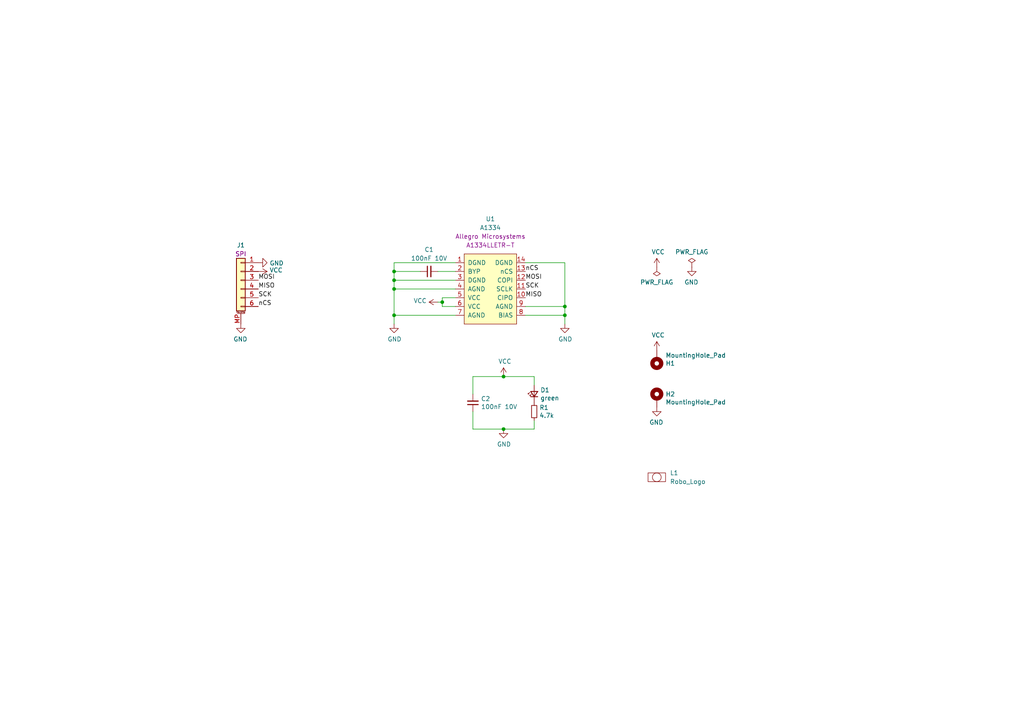
<source format=kicad_sch>
(kicad_sch (version 20211123) (generator eeschema)
  (paper "A4")
  (lib_symbols
    (symbol "Connector_Generic_MountingPin:Conn_01x06_MountingPin" (pin_names (offset 1.016) hide)
      (property "Reference" "J" (at 0 7.62 0))
      (property "Value" "Conn_01x06_MountingPin" (at 1.27 -10.16 0))
      (symbol "Conn_01x06_MountingPin_1_1"
        (rectangle (start -1.27 -7.493) (end 0 -7.747) (stroke (width 0.1524)))
        (rectangle (start -1.27 -4.953) (end 0 -5.207) (stroke (width 0.1524)))
        (rectangle (start -1.27 -2.413) (end 0 -2.667) (stroke (width 0.1524)))
        (rectangle (start -1.27 0.127) (end 0 -0.127) (stroke (width 0.1524)))
        (rectangle (start -1.27 2.667) (end 0 2.413) (stroke (width 0.1524)))
        (rectangle (start -1.27 5.207) (end 0 4.953) (stroke (width 0.1524)))
        (rectangle (start -1.27 6.35) (end 1.27 -8.89) (stroke (width 0.254)) (fill (type background)))
        (polyline (pts (xy -1.016 -9.652) (xy 1.016 -9.652)) (stroke (width 0.1524)))
        (text "Mounting" (at 0 -9.271 0) (effects (font (size 0.381 0.381))))
        (pin passive line (at -5.08 5.08 0) (length 3.81) (name "Pin_1") (number "1"))
        (pin passive line (at -5.08 2.54 0) (length 3.81) (name "Pin_2") (number "2"))
        (pin passive line (at -5.08 0 0) (length 3.81) (name "Pin_3") (number "3"))
        (pin passive line (at -5.08 -2.54 0) (length 3.81) (name "Pin_4") (number "4"))
        (pin passive line (at -5.08 -5.08 0) (length 3.81) (name "Pin_5") (number "5"))
        (pin passive line (at -5.08 -7.62 0) (length 3.81) (name "Pin_6") (number "6"))
        (pin passive line (at 0 -12.7 90) (length 3.048) (name "MountPin") (number "MP"))
      )
    )
    (symbol "Device:C_Small" (pin_numbers hide) (pin_names (offset 0.254) hide)
      (property "Reference" "C" (at 0.254 1.778 0))
      (property "Value" "C_Small" (at 0.254 -2.032 0))
      (symbol "C_Small_0_1"
        (polyline (pts (xy -1.524 -0.508) (xy 1.524 -0.508)) (stroke (width 0.3302)))
        (polyline (pts (xy -1.524 0.508) (xy 1.524 0.508)) (stroke (width 0.3048)))
      )
      (symbol "C_Small_1_1"
        (pin passive line (at 0 2.54 270) (length 2.032) (name "~") (number "1"))
        (pin passive line (at 0 -2.54 90) (length 2.032) (name "~") (number "2"))
      )
    )
    (symbol "Device:LED_Small" (pin_numbers hide) (pin_names (offset 0.254) hide)
      (property "Reference" "D" (at -1.27 3.175 0))
      (property "Value" "LED_Small" (at -4.445 -2.54 0))
      (symbol "LED_Small_0_1"
        (polyline (pts (xy -0.762 -1.016) (xy -0.762 1.016)) (stroke (width 0.254)))
        (polyline (pts (xy 1.016 0) (xy -0.762 0)))
        (polyline (pts (xy 0.762 -1.016) (xy -0.762 0) (xy 0.762 1.016) (xy 0.762 -1.016)) (stroke (width 0.254)))
        (polyline (pts (xy 0 0.762) (xy -0.508 1.27) (xy -0.254 1.27) (xy -0.508 1.27) (xy -0.508 1.016)))
        (polyline (pts (xy 0.508 1.27) (xy 0 1.778) (xy 0.254 1.778) (xy 0 1.778) (xy 0 1.524)))
      )
      (symbol "LED_Small_1_1"
        (pin passive line (at -2.54 0 0) (length 1.778) (name "K") (number "1"))
        (pin passive line (at 2.54 0 180) (length 1.778) (name "A") (number "2"))
      )
    )
    (symbol "Device:R_Small" (pin_numbers hide) (pin_names (offset 0.254) hide)
      (property "Reference" "R" (at 0.762 0.508 0))
      (property "Value" "R_Small" (at 0.762 -1.016 0))
      (symbol "R_Small_0_1"
        (rectangle (start -0.762 1.778) (end 0.762 -1.778) (stroke (width 0.2032)))
      )
      (symbol "R_Small_1_1"
        (pin passive line (at 0 2.54 270) (length 0.762) (name "~") (number "1"))
        (pin passive line (at 0 -2.54 90) (length 0.762) (name "~") (number "2"))
      )
    )
    (symbol "Mechanical:MountingHole_Pad" (pin_numbers hide) (pin_names (offset 1.016) hide)
      (property "Reference" "H" (at 0 6.35 0))
      (property "Value" "MountingHole_Pad" (at 0 4.445 0))
      (symbol "MountingHole_Pad_0_1"
        (circle (center 0 1.27) (radius 1.27) (stroke (width 1.27)))
      )
      (symbol "MountingHole_Pad_1_1"
        (pin input line (at 0 -2.54 90) (length 2.54) (name "1") (number "1"))
      )
    )
    (symbol "power:GND" (power) (pin_names (offset 0))
      (property "Value" "GND" (at 0 -3.81 0))
      (symbol "GND_0_1"
        (polyline (pts (xy 0 0) (xy 0 -1.27) (xy 1.27 -1.27) (xy 0 -2.54) (xy -1.27 -1.27) (xy 0 -1.27)))
      )
      (symbol "GND_1_1"
        (pin power_in line (at 0 0 270) (length 0) hide (name "GND") (number "1"))
      )
    )
    (symbol "power:PWR_FLAG" (power) (pin_numbers hide) (pin_names (offset 0) hide)
      (property "Value" "PWR_FLAG" (at 0 3.81 0))
      (symbol "PWR_FLAG_0_0"
        (pin power_out line (at 0 0 90) (length 0) (name "pwr") (number "1"))
      )
      (symbol "PWR_FLAG_0_1"
        (polyline (pts (xy 0 0) (xy 0 1.27) (xy -1.016 1.905) (xy 0 2.54) (xy 1.016 1.905) (xy 0 1.27)))
      )
    )
    (symbol "power:VCC" (power) (pin_names (offset 0))
      (property "Value" "VCC" (at 0 3.81 0))
      (symbol "VCC_0_1"
        (polyline (pts (xy -0.762 1.27) (xy 0 2.54)))
        (polyline (pts (xy 0 0) (xy 0 2.54)))
        (polyline (pts (xy 0 2.54) (xy 0.762 1.27)))
      )
      (symbol "VCC_1_1"
        (pin power_in line (at 0 0 90) (length 0) hide (name "VCC") (number "1"))
      )
    )
    (symbol "runger:A1334" (pin_names (offset 1.016))
      (property "Reference" "U" (at 0 0 0))
      (property "Value" "A1334" (at 0 11.43 0))
      (property "Manu" "Allegro Microsystems" (at 0 13.97 0))
      (property "Part" "A1334LLETR-T" (at 0 -11.43 0))
      (symbol "A1334_0_0"
        (pin output line (at 10.16 -2.54 180) (length 2.54) (name "CIPO") (number "10"))
        (pin input line (at 10.16 0 180) (length 2.54) (name "SCLK") (number "11"))
        (pin input line (at 10.16 2.54 180) (length 2.54) (name "COPI") (number "12"))
        (pin input line (at 10.16 5.08 180) (length 2.54) (name "nCS") (number "13"))
        (pin power_in line (at 10.16 7.62 180) (length 2.54) (name "DGND") (number "14"))
        (pin unspecified line (at -10.16 5.08 0) (length 2.54) (name "BYP") (number "2"))
        (pin power_in line (at -10.16 2.54 0) (length 2.54) (name "DGND") (number "3"))
        (pin power_in line (at -10.16 0 0) (length 2.54) (name "AGND") (number "4"))
        (pin power_in line (at -10.16 -2.54 0) (length 2.54) (name "VCC") (number "5"))
        (pin power_in line (at -10.16 -5.08 0) (length 2.54) (name "VCC") (number "6"))
        (pin power_in line (at -10.16 -7.62 0) (length 2.54) (name "AGND") (number "7"))
        (pin unspecified line (at 10.16 -7.62 180) (length 2.54) (name "BIAS") (number "8"))
        (pin power_in line (at 10.16 -5.08 180) (length 2.54) (name "AGND") (number "9"))
      )
      (symbol "A1334_0_1"
        (rectangle (start -7.62 10.16) (end 7.62 -10.16) (fill (type background)))
      )
      (symbol "A1334_1_1"
        (pin power_in line (at -10.16 7.62 0) (length 2.54) (name "DGND") (number "1"))
      )
    )
    (symbol "runger:Robo_Logo" (in_bom no)
      (property "Reference" "L" (at 0 3.81 0))
      (property "Value" "Robo_Logo" (at 0 -3.81 0))
      (symbol "Robo_Logo_0_1"
        (rectangle (start -2.54 1.27) (end 2.54 -1.27) (stroke (width 0.1524)))
        (circle (center 0 0) (radius 1.27) (stroke (width 0.1524)))
      )
    )
  )
  (junction (at 163.83 91.44))
  (junction (at 146.05 124.46))
  (junction (at 114.3 83.82))
  (junction (at 114.3 91.44))
  (junction (at 114.3 81.28))
  (junction (at 128.27 87.63))
  (junction (at 146.05 109.22))
  (junction (at 163.83 88.9))
  (junction (at 114.3 78.74))
  (wire (pts (xy 114.3 83.82) (xy 114.3 91.44)))
  (wire (pts (xy 146.05 109.22) (xy 154.94 109.22)))
  (wire (pts (xy 114.3 78.74) (xy 121.92 78.74)))
  (wire (pts (xy 154.94 109.22) (xy 154.94 111.76)))
  (wire (pts (xy 114.3 83.82) (xy 132.08 83.82)))
  (wire (pts (xy 114.3 91.44) (xy 114.3 93.98)))
  (wire (pts (xy 154.94 124.46) (xy 146.05 124.46)))
  (wire (pts (xy 127 87.63) (xy 128.27 87.63)))
  (wire (pts (xy 114.3 78.74) (xy 114.3 81.28)))
  (wire (pts (xy 132.08 81.28) (xy 114.3 81.28)))
  (wire (pts (xy 128.27 88.9) (xy 132.08 88.9)))
  (wire (pts (xy 163.83 88.9) (xy 163.83 91.44)))
  (wire (pts (xy 137.16 124.46) (xy 137.16 119.38)))
  (wire (pts (xy 128.27 86.36) (xy 132.08 86.36)))
  (wire (pts (xy 154.94 121.92) (xy 154.94 124.46)))
  (wire (pts (xy 127 78.74) (xy 132.08 78.74)))
  (wire (pts (xy 152.4 91.44) (xy 163.83 91.44)))
  (wire (pts (xy 137.16 109.22) (xy 146.05 109.22)))
  (wire (pts (xy 128.27 87.63) (xy 128.27 86.36)))
  (wire (pts (xy 114.3 81.28) (xy 114.3 83.82)))
  (wire (pts (xy 128.27 88.9) (xy 128.27 87.63)))
  (wire (pts (xy 163.83 76.2) (xy 152.4 76.2)))
  (wire (pts (xy 137.16 109.22) (xy 137.16 114.3)))
  (wire (pts (xy 163.83 76.2) (xy 163.83 88.9)))
  (wire (pts (xy 114.3 76.2) (xy 114.3 78.74)))
  (wire (pts (xy 146.05 124.46) (xy 137.16 124.46)))
  (wire (pts (xy 152.4 88.9) (xy 163.83 88.9)))
  (wire (pts (xy 163.83 91.44) (xy 163.83 93.98)))
  (wire (pts (xy 114.3 76.2) (xy 132.08 76.2)))
  (wire (pts (xy 114.3 91.44) (xy 132.08 91.44)))
  (label "SCK" (at 152.4 83.82 0))
  (label "SCK" (at 74.93 86.36 0))
  (label "MISO" (at 152.4 86.36 0))
  (label "MOSI" (at 74.93 81.28 0))
  (label "nCS" (at 152.4 78.74 0))
  (label "nCS" (at 74.93 88.9 0))
  (label "MISO" (at 74.93 83.82 0))
  (label "MOSI" (at 152.4 81.28 0))
  (symbol (lib_id "Device:C_Small") (at 124.46 78.74 90) (unit 1)
    (property "Reference" "C1" (at 124.46 72.39 90))
    (property "Value" "100nF 10V" (at 124.46 74.93 90))
    (property "Footprint" "Capacitor_SMD:C_0402_1005Metric" (effects hide))
    (property "Part" "GRM155R71A104KA01J" (effects hide))
    (property "Manu" "Murata" (effects hide))
  )
  (symbol (lib_id "power:VCC") (at 74.93 78.74 270) (mirror x) (unit 1)
    (property "Reference" "#PWR03" (effects hide))
    (property "Value" "VCC" (at 78.1558 78.359 90) (effects (justify left)))
  )
  (symbol (lib_id "power:VCC") (at 127 87.63 90) (unit 1)
    (property "Reference" "#PWR06" (effects hide))
    (property "Value" "VCC" (at 123.7742 87.249 90) (effects (justify left)))
  )
  (symbol (lib_id "power:GND") (at 114.3 93.98 0) (unit 1)
    (property "Reference" "#PWR04" (effects hide))
    (property "Value" "GND" (at 114.427 98.3742 0))
  )
  (symbol (lib_id "Connector_Generic_MountingPin:Conn_01x06_MountingPin") (at 69.85 81.28 0) (mirror y) (unit 1)
    (property "Reference" "J1" (at 69.85 71.12 0))
    (property "Value" "Conn_01x06_MountingPin" (effects hide))
    (property "Footprint" "Connector_JST:JST_SH_SM06B-SRSS-TB_1x06-1MP_P1.00mm_Horizontal" (effects hide))
    (property "Port" "SPI" (at 69.85 73.66 0))
    (property "Manu" "Scondar Electronic Limited" (effects hide))
    (property "Part" "SCT-WR-S-06P" (effects hide))
    (property "Notes" "JST SH_SM06B-SRSS-TB_1x06-1MP_P1.00mm_Horizontal or compatible" (effects hide))
  )
  (symbol (lib_id "power:GND") (at 69.85 93.98 0) (mirror y) (unit 1)
    (property "Reference" "#PWR01" (effects hide))
    (property "Value" "GND" (at 69.723 98.3742 0))
  )
  (symbol (lib_id "power:GND") (at 74.93 76.2 90) (mirror x) (unit 1)
    (property "Reference" "#PWR02" (effects hide))
    (property "Value" "GND" (at 78.1812 76.327 90) (effects (justify right)))
  )
  (symbol (lib_id "power:VCC") (at 190.5 101.6 0) (unit 1)
    (property "Reference" "#PWR07" (effects hide))
    (property "Value" "VCC" (at 190.881 97.2058 0))
  )
  (symbol (lib_id "power:GND") (at 190.5 118.11 0) (mirror y) (unit 1)
    (property "Reference" "#PWR08" (effects hide))
    (property "Value" "GND" (at 190.373 122.5042 0))
  )
  (symbol (lib_id "Mechanical:MountingHole_Pad") (at 190.5 115.57 0) (unit 1)
    (property "Reference" "H2" (at 193.04 114.3254 0) (effects (justify left)))
    (property "Value" "MountingHole_Pad" (at 193.04 116.6368 0) (effects (justify left)))
    (property "Footprint" "MountingHole:MountingHole_2.2mm_M2_ISO7380_Pad" (effects hide))
  )
  (symbol (lib_id "Mechanical:MountingHole_Pad") (at 190.5 104.14 0) (mirror x) (unit 1)
    (property "Reference" "H1" (at 193.04 105.3846 0) (effects (justify left)))
    (property "Value" "MountingHole_Pad" (at 193.04 103.0732 0) (effects (justify left)))
    (property "Footprint" "MountingHole:MountingHole_2.2mm_M2_ISO7380_Pad" (effects hide))
  )
  (symbol (lib_id "power:VCC") (at 190.5 77.47 0) (unit 1)
    (property "Reference" "#PWR0101" (effects hide))
    (property "Value" "VCC" (at 190.881 73.0758 0))
  )
  (symbol (lib_id "power:PWR_FLAG") (at 190.5 77.47 180) (unit 1)
    (property "Reference" "#FLG0101" (effects hide))
    (property "Value" "PWR_FLAG" (at 190.5 81.8642 0))
  )
  (symbol (lib_id "Device:C_Small") (at 137.16 116.84 180) (unit 1)
    (property "Reference" "C2" (at 139.4968 115.6716 0) (effects (justify right)))
    (property "Value" "100nF 10V" (at 139.4968 117.983 0) (effects (justify right)))
    (property "Footprint" "Capacitor_SMD:C_0402_1005Metric" (effects hide))
    (property "Part" "GRM155R71A104KA01J" (effects hide))
    (property "Manu" "Murata" (effects hide))
  )
  (symbol (lib_id "power:VCC") (at 146.05 109.22 0) (unit 1)
    (property "Reference" "#PWR09" (effects hide))
    (property "Value" "VCC" (at 146.431 104.8258 0))
  )
  (symbol (lib_id "power:GND") (at 146.05 124.46 0) (unit 1)
    (property "Reference" "#PWR010" (effects hide))
    (property "Value" "GND" (at 146.177 128.8542 0))
  )
  (symbol (lib_id "Device:R_Small") (at 154.94 119.38 0) (unit 1)
    (property "Reference" "R1" (at 156.4386 118.2116 0) (effects (justify left)))
    (property "Value" "4.7k" (at 156.4386 120.523 0) (effects (justify left)))
    (property "Footprint" "Resistor_SMD:R_0402_1005Metric" (effects hide))
    (property "Part" "Generic 1k Resistor" (effects hide))
    (property "Manu" "Generic" (effects hide))
  )
  (symbol (lib_id "Device:LED_Small") (at 154.94 114.3 90) (unit 1)
    (property "Reference" "D1" (at 156.718 113.1316 90) (effects (justify right)))
    (property "Value" "green" (at 156.718 115.443 90) (effects (justify right)))
    (property "Footprint" "LED_SMD:LED_0402_1005Metric" (effects hide))
    (property "Manu" "Wurth" (effects hide))
    (property "Part" "150040VS73240" (effects hide))
    (property "Notes" "inexpensive green LED please" (effects hide))
  )
  (symbol (lib_id "runger:Robo_Logo") (at 190.5 138.43 0) (unit 1) (in_bom no)
    (property "Reference" "L1" (at 194.31 137.1599 0) (effects (justify left)))
    (property "Value" "Robo_Logo" (at 194.31 139.6999 0) (effects (justify left)))
    (property "Footprint" "runger:Robo_logo2" (effects hide))
  )
  (symbol (lib_id "power:GND") (at 163.83 93.98 0) (unit 1)
    (property "Reference" "#PWR012" (effects hide))
    (property "Value" "GND" (at 163.957 98.3742 0))
  )
  (symbol (lib_id "power:PWR_FLAG") (at 200.66 77.47 0) (unit 1)
    (property "Reference" "#FLG0102" (effects hide))
    (property "Value" "PWR_FLAG" (at 200.66 73.0758 0))
  )
  (symbol (lib_id "power:GND") (at 200.66 77.47 0) (mirror y) (unit 1)
    (property "Reference" "#PWR0102" (effects hide))
    (property "Value" "GND" (at 200.533 81.8642 0))
  )
  (symbol (lib_id "runger:A1334") (at 142.24 83.82 0) (unit 1)
    (property "Reference" "U1" (at 142.24 63.5 0))
    (property "Value" "A1334" (at 142.24 66.04 0))
    (property "Footprint" "Package_SO:TSSOP-14_4.4x5mm_P0.65mm" (effects hide))
    (property "Manu" "Allegro Microsystems" (at 142.24 68.58 0))
    (property "Part" "A1334LLETR-T" (at 142.24 71.12 0))
    (property "Notes" "A1334LLETR-T or A1334LLETR-60-T or A1334LLETR-30-T" (effects hide))
  )
)
</source>
